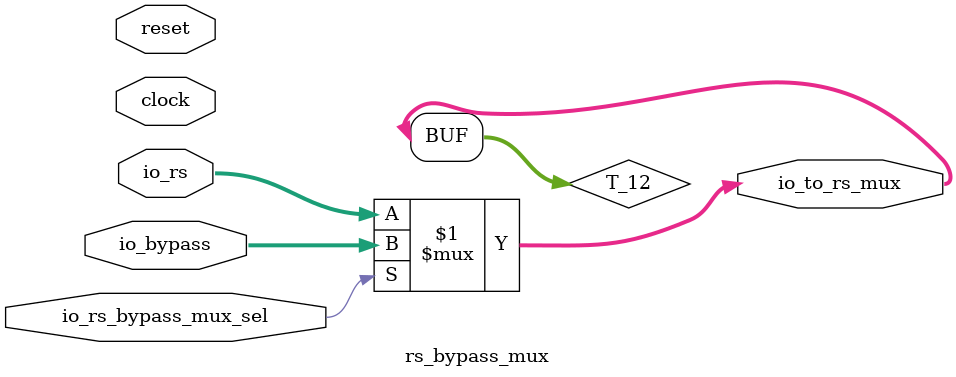
<source format=v>
`ifdef RANDOMIZE_GARBAGE_ASSIGN
`define RANDOMIZE
`endif
`ifdef RANDOMIZE_INVALID_ASSIGN
`define RANDOMIZE
`endif
`ifdef RANDOMIZE_REG_INIT
`define RANDOMIZE
`endif
`ifdef RANDOMIZE_MEM_INIT
`define RANDOMIZE
`endif

module rs_bypass_mux(
  input   clock,
  input   reset,
  input  [31:0] io_rs,
  input  [31:0] io_bypass,
  input   io_rs_bypass_mux_sel,
  output [31:0] io_to_rs_mux
);
  wire [31:0] T_12;
  assign io_to_rs_mux = T_12;
  assign T_12 = io_rs_bypass_mux_sel ? io_bypass : io_rs;
endmodule

</source>
